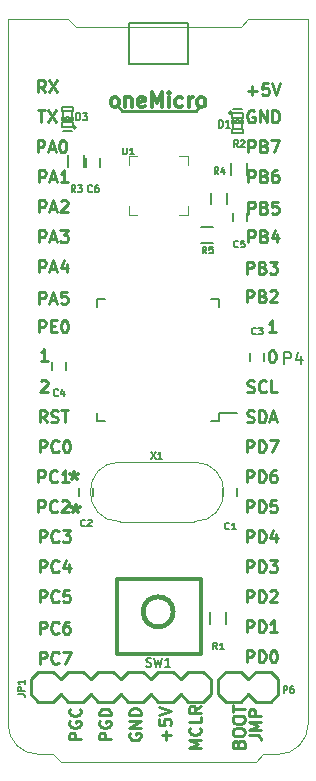
<source format=gto>
G04 #@! TF.FileFunction,Legend,Top*
%FSLAX46Y46*%
G04 Gerber Fmt 4.6, Leading zero omitted, Abs format (unit mm)*
G04 Created by KiCad (PCBNEW 4.0.4-stable) date 08/11/17 11:51:25*
%MOMM*%
%LPD*%
G01*
G04 APERTURE LIST*
%ADD10C,0.150000*%
%ADD11C,0.228600*%
%ADD12C,0.317500*%
%ADD13C,0.100000*%
%ADD14C,0.300000*%
%ADD15C,0.254000*%
%ADD16C,0.381000*%
%ADD17C,0.050800*%
%ADD18C,0.120000*%
%ADD19C,0.146050*%
%ADD20C,0.190500*%
G04 APERTURE END LIST*
D10*
D11*
X142875000Y-92202000D02*
X143256000Y-91821000D01*
X136652000Y-92202000D02*
X142875000Y-92202000D01*
X136271000Y-91821000D02*
X136652000Y-92202000D01*
D12*
X135950477Y-91887524D02*
X135829524Y-91827048D01*
X135769048Y-91766571D01*
X135708572Y-91645619D01*
X135708572Y-91282762D01*
X135769048Y-91161810D01*
X135829524Y-91101333D01*
X135950477Y-91040857D01*
X136131905Y-91040857D01*
X136252857Y-91101333D01*
X136313334Y-91161810D01*
X136373810Y-91282762D01*
X136373810Y-91645619D01*
X136313334Y-91766571D01*
X136252857Y-91827048D01*
X136131905Y-91887524D01*
X135950477Y-91887524D01*
X136918096Y-91040857D02*
X136918096Y-91887524D01*
X136918096Y-91161810D02*
X136978572Y-91101333D01*
X137099525Y-91040857D01*
X137280953Y-91040857D01*
X137401905Y-91101333D01*
X137462382Y-91222286D01*
X137462382Y-91887524D01*
X138550953Y-91827048D02*
X138430001Y-91887524D01*
X138188096Y-91887524D01*
X138067144Y-91827048D01*
X138006668Y-91706095D01*
X138006668Y-91222286D01*
X138067144Y-91101333D01*
X138188096Y-91040857D01*
X138430001Y-91040857D01*
X138550953Y-91101333D01*
X138611430Y-91222286D01*
X138611430Y-91343238D01*
X138006668Y-91464190D01*
X139155715Y-91887524D02*
X139155715Y-90617524D01*
X139579048Y-91524667D01*
X140002382Y-90617524D01*
X140002382Y-91887524D01*
X140607144Y-91887524D02*
X140607144Y-91040857D01*
X140607144Y-90617524D02*
X140546668Y-90678000D01*
X140607144Y-90738476D01*
X140667620Y-90678000D01*
X140607144Y-90617524D01*
X140607144Y-90738476D01*
X141756192Y-91827048D02*
X141635239Y-91887524D01*
X141393335Y-91887524D01*
X141272382Y-91827048D01*
X141211906Y-91766571D01*
X141151430Y-91645619D01*
X141151430Y-91282762D01*
X141211906Y-91161810D01*
X141272382Y-91101333D01*
X141393335Y-91040857D01*
X141635239Y-91040857D01*
X141756192Y-91101333D01*
X142300477Y-91887524D02*
X142300477Y-91040857D01*
X142300477Y-91282762D02*
X142360953Y-91161810D01*
X142421429Y-91101333D01*
X142542382Y-91040857D01*
X142663334Y-91040857D01*
X143268096Y-91887524D02*
X143147143Y-91827048D01*
X143086667Y-91766571D01*
X143026191Y-91645619D01*
X143026191Y-91282762D01*
X143086667Y-91161810D01*
X143147143Y-91101333D01*
X143268096Y-91040857D01*
X143449524Y-91040857D01*
X143570476Y-91101333D01*
X143630953Y-91161810D01*
X143691429Y-91282762D01*
X143691429Y-91645619D01*
X143630953Y-91766571D01*
X143570476Y-91827048D01*
X143449524Y-91887524D01*
X143268096Y-91887524D01*
D13*
X136144000Y-85090000D02*
X143256000Y-85090000D01*
X129540000Y-146685000D02*
X130810000Y-146685000D01*
X148590000Y-146685000D02*
X149225000Y-146685000D01*
X147955000Y-147320000D02*
X148590000Y-146685000D01*
X131445000Y-147320000D02*
X147955000Y-147320000D01*
X130810000Y-146685000D02*
X131445000Y-147320000D01*
D14*
X132715001Y-125543571D02*
X132715001Y-125900714D01*
X132357858Y-125757857D02*
X132715001Y-125900714D01*
X133072143Y-125757857D01*
X132500715Y-126186429D02*
X132715001Y-125900714D01*
X132929286Y-126186429D01*
X132588001Y-122749571D02*
X132588001Y-123106714D01*
X132230858Y-122963857D02*
X132588001Y-123106714D01*
X132945143Y-122963857D01*
X132373715Y-123392429D02*
X132588001Y-123106714D01*
X132802286Y-123392429D01*
D13*
X132080000Y-84455000D02*
X127000000Y-84455000D01*
X132715000Y-85090000D02*
X132080000Y-84455000D01*
X133985000Y-85090000D02*
X132715000Y-85090000D01*
X136144000Y-85090000D02*
X135890000Y-85090000D01*
X143510000Y-85090000D02*
X143256000Y-85090000D01*
X146050000Y-85090000D02*
X143510000Y-85090000D01*
X134620000Y-85090000D02*
X135890000Y-85090000D01*
X149225000Y-146685000D02*
X149860000Y-146685000D01*
X146685000Y-85090000D02*
X146050000Y-85090000D01*
X147320000Y-84455000D02*
X146685000Y-85090000D01*
X152400000Y-84455000D02*
X147320000Y-84455000D01*
X152400000Y-85090000D02*
X152400000Y-84455000D01*
X133985000Y-85090000D02*
X134620000Y-85090000D01*
X127000000Y-85090000D02*
X127000000Y-84455000D01*
D15*
X147398619Y-145088429D02*
X148124333Y-145088429D01*
X148269476Y-145136809D01*
X148366238Y-145233571D01*
X148414619Y-145378714D01*
X148414619Y-145475476D01*
X148414619Y-144604619D02*
X147398619Y-144604619D01*
X148124333Y-144265953D01*
X147398619Y-143927286D01*
X148414619Y-143927286D01*
X148414619Y-143443476D02*
X147398619Y-143443476D01*
X147398619Y-143056429D01*
X147447000Y-142959667D01*
X147495381Y-142911286D01*
X147592143Y-142862905D01*
X147737286Y-142862905D01*
X147834048Y-142911286D01*
X147882429Y-142959667D01*
X147930810Y-143056429D01*
X147930810Y-143443476D01*
X146485429Y-145777857D02*
X146533810Y-145632714D01*
X146582190Y-145584333D01*
X146678952Y-145535952D01*
X146824095Y-145535952D01*
X146920857Y-145584333D01*
X146969238Y-145632714D01*
X147017619Y-145729476D01*
X147017619Y-146116523D01*
X146001619Y-146116523D01*
X146001619Y-145777857D01*
X146050000Y-145681095D01*
X146098381Y-145632714D01*
X146195143Y-145584333D01*
X146291905Y-145584333D01*
X146388667Y-145632714D01*
X146437048Y-145681095D01*
X146485429Y-145777857D01*
X146485429Y-146116523D01*
X146001619Y-144906999D02*
X146001619Y-144713476D01*
X146050000Y-144616714D01*
X146146762Y-144519952D01*
X146340286Y-144471571D01*
X146678952Y-144471571D01*
X146872476Y-144519952D01*
X146969238Y-144616714D01*
X147017619Y-144713476D01*
X147017619Y-144906999D01*
X146969238Y-145003761D01*
X146872476Y-145100523D01*
X146678952Y-145148904D01*
X146340286Y-145148904D01*
X146146762Y-145100523D01*
X146050000Y-145003761D01*
X146001619Y-144906999D01*
X146001619Y-143842618D02*
X146001619Y-143649095D01*
X146050000Y-143552333D01*
X146146762Y-143455571D01*
X146340286Y-143407190D01*
X146678952Y-143407190D01*
X146872476Y-143455571D01*
X146969238Y-143552333D01*
X147017619Y-143649095D01*
X147017619Y-143842618D01*
X146969238Y-143939380D01*
X146872476Y-144036142D01*
X146678952Y-144084523D01*
X146340286Y-144084523D01*
X146146762Y-144036142D01*
X146050000Y-143939380D01*
X146001619Y-143842618D01*
X146001619Y-143116904D02*
X146001619Y-142536333D01*
X147017619Y-142826618D02*
X146001619Y-142826618D01*
X143334619Y-146164904D02*
X142318619Y-146164904D01*
X143044333Y-145826238D01*
X142318619Y-145487571D01*
X143334619Y-145487571D01*
X143237857Y-144423190D02*
X143286238Y-144471571D01*
X143334619Y-144616714D01*
X143334619Y-144713476D01*
X143286238Y-144858618D01*
X143189476Y-144955380D01*
X143092714Y-145003761D01*
X142899190Y-145052142D01*
X142754048Y-145052142D01*
X142560524Y-145003761D01*
X142463762Y-144955380D01*
X142367000Y-144858618D01*
X142318619Y-144713476D01*
X142318619Y-144616714D01*
X142367000Y-144471571D01*
X142415381Y-144423190D01*
X143334619Y-143503952D02*
X143334619Y-143987761D01*
X142318619Y-143987761D01*
X143334619Y-142584714D02*
X142850810Y-142923380D01*
X143334619Y-143165285D02*
X142318619Y-143165285D01*
X142318619Y-142778238D01*
X142367000Y-142681476D01*
X142415381Y-142633095D01*
X142512143Y-142584714D01*
X142657286Y-142584714D01*
X142754048Y-142633095D01*
X142802429Y-142681476D01*
X142850810Y-142778238D01*
X142850810Y-143165285D01*
X140407571Y-145451285D02*
X140407571Y-144677190D01*
X140794619Y-145064238D02*
X140020524Y-145064238D01*
X139778619Y-143709571D02*
X139778619Y-144193380D01*
X140262429Y-144241761D01*
X140214048Y-144193380D01*
X140165667Y-144096618D01*
X140165667Y-143854714D01*
X140214048Y-143757952D01*
X140262429Y-143709571D01*
X140359190Y-143661190D01*
X140601095Y-143661190D01*
X140697857Y-143709571D01*
X140746238Y-143757952D01*
X140794619Y-143854714D01*
X140794619Y-144096618D01*
X140746238Y-144193380D01*
X140697857Y-144241761D01*
X139778619Y-143370904D02*
X140794619Y-143032237D01*
X139778619Y-142693571D01*
X137287000Y-144919095D02*
X137238619Y-145015857D01*
X137238619Y-145161000D01*
X137287000Y-145306142D01*
X137383762Y-145402904D01*
X137480524Y-145451285D01*
X137674048Y-145499666D01*
X137819190Y-145499666D01*
X138012714Y-145451285D01*
X138109476Y-145402904D01*
X138206238Y-145306142D01*
X138254619Y-145161000D01*
X138254619Y-145064238D01*
X138206238Y-144919095D01*
X138157857Y-144870714D01*
X137819190Y-144870714D01*
X137819190Y-145064238D01*
X138254619Y-144435285D02*
X137238619Y-144435285D01*
X138254619Y-143854714D01*
X137238619Y-143854714D01*
X138254619Y-143370904D02*
X137238619Y-143370904D01*
X137238619Y-143128999D01*
X137287000Y-142983857D01*
X137383762Y-142887095D01*
X137480524Y-142838714D01*
X137674048Y-142790333D01*
X137819190Y-142790333D01*
X138012714Y-142838714D01*
X138109476Y-142887095D01*
X138206238Y-142983857D01*
X138254619Y-143128999D01*
X138254619Y-143370904D01*
X135714619Y-145427095D02*
X134698619Y-145427095D01*
X134698619Y-145040048D01*
X134747000Y-144943286D01*
X134795381Y-144894905D01*
X134892143Y-144846524D01*
X135037286Y-144846524D01*
X135134048Y-144894905D01*
X135182429Y-144943286D01*
X135230810Y-145040048D01*
X135230810Y-145427095D01*
X134747000Y-143878905D02*
X134698619Y-143975667D01*
X134698619Y-144120810D01*
X134747000Y-144265952D01*
X134843762Y-144362714D01*
X134940524Y-144411095D01*
X135134048Y-144459476D01*
X135279190Y-144459476D01*
X135472714Y-144411095D01*
X135569476Y-144362714D01*
X135666238Y-144265952D01*
X135714619Y-144120810D01*
X135714619Y-144024048D01*
X135666238Y-143878905D01*
X135617857Y-143830524D01*
X135279190Y-143830524D01*
X135279190Y-144024048D01*
X135714619Y-143395095D02*
X134698619Y-143395095D01*
X134698619Y-143153190D01*
X134747000Y-143008048D01*
X134843762Y-142911286D01*
X134940524Y-142862905D01*
X135134048Y-142814524D01*
X135279190Y-142814524D01*
X135472714Y-142862905D01*
X135569476Y-142911286D01*
X135666238Y-143008048D01*
X135714619Y-143153190D01*
X135714619Y-143395095D01*
X133174619Y-145427095D02*
X132158619Y-145427095D01*
X132158619Y-145040048D01*
X132207000Y-144943286D01*
X132255381Y-144894905D01*
X132352143Y-144846524D01*
X132497286Y-144846524D01*
X132594048Y-144894905D01*
X132642429Y-144943286D01*
X132690810Y-145040048D01*
X132690810Y-145427095D01*
X132207000Y-143878905D02*
X132158619Y-143975667D01*
X132158619Y-144120810D01*
X132207000Y-144265952D01*
X132303762Y-144362714D01*
X132400524Y-144411095D01*
X132594048Y-144459476D01*
X132739190Y-144459476D01*
X132932714Y-144411095D01*
X133029476Y-144362714D01*
X133126238Y-144265952D01*
X133174619Y-144120810D01*
X133174619Y-144024048D01*
X133126238Y-143878905D01*
X133077857Y-143830524D01*
X132739190Y-143830524D01*
X132739190Y-144024048D01*
X133077857Y-142814524D02*
X133126238Y-142862905D01*
X133174619Y-143008048D01*
X133174619Y-143104810D01*
X133126238Y-143249952D01*
X133029476Y-143346714D01*
X132932714Y-143395095D01*
X132739190Y-143443476D01*
X132594048Y-143443476D01*
X132400524Y-143395095D01*
X132303762Y-143346714D01*
X132207000Y-143249952D01*
X132158619Y-143104810D01*
X132158619Y-143008048D01*
X132207000Y-142862905D01*
X132255381Y-142814524D01*
X147205096Y-138889619D02*
X147205096Y-137873619D01*
X147592143Y-137873619D01*
X147688905Y-137922000D01*
X147737286Y-137970381D01*
X147785667Y-138067143D01*
X147785667Y-138212286D01*
X147737286Y-138309048D01*
X147688905Y-138357429D01*
X147592143Y-138405810D01*
X147205096Y-138405810D01*
X148221096Y-138889619D02*
X148221096Y-137873619D01*
X148463001Y-137873619D01*
X148608143Y-137922000D01*
X148704905Y-138018762D01*
X148753286Y-138115524D01*
X148801667Y-138309048D01*
X148801667Y-138454190D01*
X148753286Y-138647714D01*
X148704905Y-138744476D01*
X148608143Y-138841238D01*
X148463001Y-138889619D01*
X148221096Y-138889619D01*
X149430620Y-137873619D02*
X149527381Y-137873619D01*
X149624143Y-137922000D01*
X149672524Y-137970381D01*
X149720905Y-138067143D01*
X149769286Y-138260667D01*
X149769286Y-138502571D01*
X149720905Y-138696095D01*
X149672524Y-138792857D01*
X149624143Y-138841238D01*
X149527381Y-138889619D01*
X149430620Y-138889619D01*
X149333858Y-138841238D01*
X149285477Y-138792857D01*
X149237096Y-138696095D01*
X149188715Y-138502571D01*
X149188715Y-138260667D01*
X149237096Y-138067143D01*
X149285477Y-137970381D01*
X149333858Y-137922000D01*
X149430620Y-137873619D01*
X147205096Y-136349619D02*
X147205096Y-135333619D01*
X147592143Y-135333619D01*
X147688905Y-135382000D01*
X147737286Y-135430381D01*
X147785667Y-135527143D01*
X147785667Y-135672286D01*
X147737286Y-135769048D01*
X147688905Y-135817429D01*
X147592143Y-135865810D01*
X147205096Y-135865810D01*
X148221096Y-136349619D02*
X148221096Y-135333619D01*
X148463001Y-135333619D01*
X148608143Y-135382000D01*
X148704905Y-135478762D01*
X148753286Y-135575524D01*
X148801667Y-135769048D01*
X148801667Y-135914190D01*
X148753286Y-136107714D01*
X148704905Y-136204476D01*
X148608143Y-136301238D01*
X148463001Y-136349619D01*
X148221096Y-136349619D01*
X149769286Y-136349619D02*
X149188715Y-136349619D01*
X149479001Y-136349619D02*
X149479001Y-135333619D01*
X149382239Y-135478762D01*
X149285477Y-135575524D01*
X149188715Y-135623905D01*
X147205096Y-133809619D02*
X147205096Y-132793619D01*
X147592143Y-132793619D01*
X147688905Y-132842000D01*
X147737286Y-132890381D01*
X147785667Y-132987143D01*
X147785667Y-133132286D01*
X147737286Y-133229048D01*
X147688905Y-133277429D01*
X147592143Y-133325810D01*
X147205096Y-133325810D01*
X148221096Y-133809619D02*
X148221096Y-132793619D01*
X148463001Y-132793619D01*
X148608143Y-132842000D01*
X148704905Y-132938762D01*
X148753286Y-133035524D01*
X148801667Y-133229048D01*
X148801667Y-133374190D01*
X148753286Y-133567714D01*
X148704905Y-133664476D01*
X148608143Y-133761238D01*
X148463001Y-133809619D01*
X148221096Y-133809619D01*
X149188715Y-132890381D02*
X149237096Y-132842000D01*
X149333858Y-132793619D01*
X149575762Y-132793619D01*
X149672524Y-132842000D01*
X149720905Y-132890381D01*
X149769286Y-132987143D01*
X149769286Y-133083905D01*
X149720905Y-133229048D01*
X149140334Y-133809619D01*
X149769286Y-133809619D01*
X129679096Y-139016619D02*
X129679096Y-138000619D01*
X130066143Y-138000619D01*
X130162905Y-138049000D01*
X130211286Y-138097381D01*
X130259667Y-138194143D01*
X130259667Y-138339286D01*
X130211286Y-138436048D01*
X130162905Y-138484429D01*
X130066143Y-138532810D01*
X129679096Y-138532810D01*
X131275667Y-138919857D02*
X131227286Y-138968238D01*
X131082143Y-139016619D01*
X130985381Y-139016619D01*
X130840239Y-138968238D01*
X130743477Y-138871476D01*
X130695096Y-138774714D01*
X130646715Y-138581190D01*
X130646715Y-138436048D01*
X130695096Y-138242524D01*
X130743477Y-138145762D01*
X130840239Y-138049000D01*
X130985381Y-138000619D01*
X131082143Y-138000619D01*
X131227286Y-138049000D01*
X131275667Y-138097381D01*
X131614334Y-138000619D02*
X132291667Y-138000619D01*
X131856239Y-139016619D01*
X129679096Y-136476619D02*
X129679096Y-135460619D01*
X130066143Y-135460619D01*
X130162905Y-135509000D01*
X130211286Y-135557381D01*
X130259667Y-135654143D01*
X130259667Y-135799286D01*
X130211286Y-135896048D01*
X130162905Y-135944429D01*
X130066143Y-135992810D01*
X129679096Y-135992810D01*
X131275667Y-136379857D02*
X131227286Y-136428238D01*
X131082143Y-136476619D01*
X130985381Y-136476619D01*
X130840239Y-136428238D01*
X130743477Y-136331476D01*
X130695096Y-136234714D01*
X130646715Y-136041190D01*
X130646715Y-135896048D01*
X130695096Y-135702524D01*
X130743477Y-135605762D01*
X130840239Y-135509000D01*
X130985381Y-135460619D01*
X131082143Y-135460619D01*
X131227286Y-135509000D01*
X131275667Y-135557381D01*
X132146524Y-135460619D02*
X131953001Y-135460619D01*
X131856239Y-135509000D01*
X131807858Y-135557381D01*
X131711096Y-135702524D01*
X131662715Y-135896048D01*
X131662715Y-136283095D01*
X131711096Y-136379857D01*
X131759477Y-136428238D01*
X131856239Y-136476619D01*
X132049762Y-136476619D01*
X132146524Y-136428238D01*
X132194905Y-136379857D01*
X132243286Y-136283095D01*
X132243286Y-136041190D01*
X132194905Y-135944429D01*
X132146524Y-135896048D01*
X132049762Y-135847667D01*
X131856239Y-135847667D01*
X131759477Y-135896048D01*
X131711096Y-135944429D01*
X131662715Y-136041190D01*
X129679096Y-133809619D02*
X129679096Y-132793619D01*
X130066143Y-132793619D01*
X130162905Y-132842000D01*
X130211286Y-132890381D01*
X130259667Y-132987143D01*
X130259667Y-133132286D01*
X130211286Y-133229048D01*
X130162905Y-133277429D01*
X130066143Y-133325810D01*
X129679096Y-133325810D01*
X131275667Y-133712857D02*
X131227286Y-133761238D01*
X131082143Y-133809619D01*
X130985381Y-133809619D01*
X130840239Y-133761238D01*
X130743477Y-133664476D01*
X130695096Y-133567714D01*
X130646715Y-133374190D01*
X130646715Y-133229048D01*
X130695096Y-133035524D01*
X130743477Y-132938762D01*
X130840239Y-132842000D01*
X130985381Y-132793619D01*
X131082143Y-132793619D01*
X131227286Y-132842000D01*
X131275667Y-132890381D01*
X132194905Y-132793619D02*
X131711096Y-132793619D01*
X131662715Y-133277429D01*
X131711096Y-133229048D01*
X131807858Y-133180667D01*
X132049762Y-133180667D01*
X132146524Y-133229048D01*
X132194905Y-133277429D01*
X132243286Y-133374190D01*
X132243286Y-133616095D01*
X132194905Y-133712857D01*
X132146524Y-133761238D01*
X132049762Y-133809619D01*
X131807858Y-133809619D01*
X131711096Y-133761238D01*
X131662715Y-133712857D01*
D13*
X127000000Y-144145000D02*
X127000000Y-140335000D01*
X152400000Y-142875000D02*
X152400000Y-144145000D01*
X127000000Y-144145000D02*
G75*
G03X129540000Y-146685000I2540000J0D01*
G01*
X149860000Y-146685000D02*
G75*
G03X152400000Y-144145000I0J2540000D01*
G01*
X127000000Y-139700000D02*
X127000000Y-140335000D01*
X152400000Y-139700000D02*
X152400000Y-142875000D01*
X152400000Y-85090000D02*
X152400000Y-90170000D01*
X127000000Y-90170000D02*
X127000000Y-85090000D01*
D15*
X147229286Y-118521238D02*
X147374429Y-118569619D01*
X147616333Y-118569619D01*
X147713095Y-118521238D01*
X147761476Y-118472857D01*
X147809857Y-118376095D01*
X147809857Y-118279333D01*
X147761476Y-118182571D01*
X147713095Y-118134190D01*
X147616333Y-118085810D01*
X147422810Y-118037429D01*
X147326048Y-117989048D01*
X147277667Y-117940667D01*
X147229286Y-117843905D01*
X147229286Y-117747143D01*
X147277667Y-117650381D01*
X147326048Y-117602000D01*
X147422810Y-117553619D01*
X147664714Y-117553619D01*
X147809857Y-117602000D01*
X148245286Y-118569619D02*
X148245286Y-117553619D01*
X148487191Y-117553619D01*
X148632333Y-117602000D01*
X148729095Y-117698762D01*
X148777476Y-117795524D01*
X148825857Y-117989048D01*
X148825857Y-118134190D01*
X148777476Y-118327714D01*
X148729095Y-118424476D01*
X148632333Y-118521238D01*
X148487191Y-118569619D01*
X148245286Y-118569619D01*
X149212905Y-118279333D02*
X149696714Y-118279333D01*
X149116143Y-118569619D02*
X149454810Y-117553619D01*
X149793476Y-118569619D01*
D13*
X152400000Y-90170000D02*
X152400000Y-139700000D01*
X127000000Y-90170000D02*
X127000000Y-139700000D01*
D15*
X147253477Y-115981238D02*
X147398620Y-116029619D01*
X147640524Y-116029619D01*
X147737286Y-115981238D01*
X147785667Y-115932857D01*
X147834048Y-115836095D01*
X147834048Y-115739333D01*
X147785667Y-115642571D01*
X147737286Y-115594190D01*
X147640524Y-115545810D01*
X147447001Y-115497429D01*
X147350239Y-115449048D01*
X147301858Y-115400667D01*
X147253477Y-115303905D01*
X147253477Y-115207143D01*
X147301858Y-115110381D01*
X147350239Y-115062000D01*
X147447001Y-115013619D01*
X147688905Y-115013619D01*
X147834048Y-115062000D01*
X148850048Y-115932857D02*
X148801667Y-115981238D01*
X148656524Y-116029619D01*
X148559762Y-116029619D01*
X148414620Y-115981238D01*
X148317858Y-115884476D01*
X148269477Y-115787714D01*
X148221096Y-115594190D01*
X148221096Y-115449048D01*
X148269477Y-115255524D01*
X148317858Y-115158762D01*
X148414620Y-115062000D01*
X148559762Y-115013619D01*
X148656524Y-115013619D01*
X148801667Y-115062000D01*
X148850048Y-115110381D01*
X149769286Y-116029619D02*
X149285477Y-116029619D01*
X149285477Y-115013619D01*
X147283715Y-90496571D02*
X148057810Y-90496571D01*
X147670762Y-90883619D02*
X147670762Y-90109524D01*
X149025429Y-89867619D02*
X148541620Y-89867619D01*
X148493239Y-90351429D01*
X148541620Y-90303048D01*
X148638382Y-90254667D01*
X148880286Y-90254667D01*
X148977048Y-90303048D01*
X149025429Y-90351429D01*
X149073810Y-90448190D01*
X149073810Y-90690095D01*
X149025429Y-90786857D01*
X148977048Y-90835238D01*
X148880286Y-90883619D01*
X148638382Y-90883619D01*
X148541620Y-90835238D01*
X148493239Y-90786857D01*
X149364096Y-89867619D02*
X149702763Y-90883619D01*
X150041429Y-89867619D01*
X147815905Y-92202000D02*
X147719143Y-92153619D01*
X147574000Y-92153619D01*
X147428858Y-92202000D01*
X147332096Y-92298762D01*
X147283715Y-92395524D01*
X147235334Y-92589048D01*
X147235334Y-92734190D01*
X147283715Y-92927714D01*
X147332096Y-93024476D01*
X147428858Y-93121238D01*
X147574000Y-93169619D01*
X147670762Y-93169619D01*
X147815905Y-93121238D01*
X147864286Y-93072857D01*
X147864286Y-92734190D01*
X147670762Y-92734190D01*
X148299715Y-93169619D02*
X148299715Y-92153619D01*
X148880286Y-93169619D01*
X148880286Y-92153619D01*
X149364096Y-93169619D02*
X149364096Y-92153619D01*
X149606001Y-92153619D01*
X149751143Y-92202000D01*
X149847905Y-92298762D01*
X149896286Y-92395524D01*
X149944667Y-92589048D01*
X149944667Y-92734190D01*
X149896286Y-92927714D01*
X149847905Y-93024476D01*
X149751143Y-93121238D01*
X149606001Y-93169619D01*
X149364096Y-93169619D01*
X149303620Y-112473619D02*
X149400381Y-112473619D01*
X149497143Y-112522000D01*
X149545524Y-112570381D01*
X149593905Y-112667143D01*
X149642286Y-112860667D01*
X149642286Y-113102571D01*
X149593905Y-113296095D01*
X149545524Y-113392857D01*
X149497143Y-113441238D01*
X149400381Y-113489619D01*
X149303620Y-113489619D01*
X149206858Y-113441238D01*
X149158477Y-113392857D01*
X149110096Y-113296095D01*
X149061715Y-113102571D01*
X149061715Y-112860667D01*
X149110096Y-112667143D01*
X149158477Y-112570381D01*
X149206858Y-112522000D01*
X149303620Y-112473619D01*
X149642286Y-110949619D02*
X149061715Y-110949619D01*
X149352001Y-110949619D02*
X149352001Y-109933619D01*
X149255239Y-110078762D01*
X149158477Y-110175524D01*
X149061715Y-110223905D01*
X147205096Y-108409619D02*
X147205096Y-107393619D01*
X147592143Y-107393619D01*
X147688905Y-107442000D01*
X147737286Y-107490381D01*
X147785667Y-107587143D01*
X147785667Y-107732286D01*
X147737286Y-107829048D01*
X147688905Y-107877429D01*
X147592143Y-107925810D01*
X147205096Y-107925810D01*
X148559762Y-107877429D02*
X148704905Y-107925810D01*
X148753286Y-107974190D01*
X148801667Y-108070952D01*
X148801667Y-108216095D01*
X148753286Y-108312857D01*
X148704905Y-108361238D01*
X148608143Y-108409619D01*
X148221096Y-108409619D01*
X148221096Y-107393619D01*
X148559762Y-107393619D01*
X148656524Y-107442000D01*
X148704905Y-107490381D01*
X148753286Y-107587143D01*
X148753286Y-107683905D01*
X148704905Y-107780667D01*
X148656524Y-107829048D01*
X148559762Y-107877429D01*
X148221096Y-107877429D01*
X149188715Y-107490381D02*
X149237096Y-107442000D01*
X149333858Y-107393619D01*
X149575762Y-107393619D01*
X149672524Y-107442000D01*
X149720905Y-107490381D01*
X149769286Y-107587143D01*
X149769286Y-107683905D01*
X149720905Y-107829048D01*
X149140334Y-108409619D01*
X149769286Y-108409619D01*
X147205096Y-105996619D02*
X147205096Y-104980619D01*
X147592143Y-104980619D01*
X147688905Y-105029000D01*
X147737286Y-105077381D01*
X147785667Y-105174143D01*
X147785667Y-105319286D01*
X147737286Y-105416048D01*
X147688905Y-105464429D01*
X147592143Y-105512810D01*
X147205096Y-105512810D01*
X148559762Y-105464429D02*
X148704905Y-105512810D01*
X148753286Y-105561190D01*
X148801667Y-105657952D01*
X148801667Y-105803095D01*
X148753286Y-105899857D01*
X148704905Y-105948238D01*
X148608143Y-105996619D01*
X148221096Y-105996619D01*
X148221096Y-104980619D01*
X148559762Y-104980619D01*
X148656524Y-105029000D01*
X148704905Y-105077381D01*
X148753286Y-105174143D01*
X148753286Y-105270905D01*
X148704905Y-105367667D01*
X148656524Y-105416048D01*
X148559762Y-105464429D01*
X148221096Y-105464429D01*
X149140334Y-104980619D02*
X149769286Y-104980619D01*
X149430620Y-105367667D01*
X149575762Y-105367667D01*
X149672524Y-105416048D01*
X149720905Y-105464429D01*
X149769286Y-105561190D01*
X149769286Y-105803095D01*
X149720905Y-105899857D01*
X149672524Y-105948238D01*
X149575762Y-105996619D01*
X149285477Y-105996619D01*
X149188715Y-105948238D01*
X149140334Y-105899857D01*
X147332096Y-103329619D02*
X147332096Y-102313619D01*
X147719143Y-102313619D01*
X147815905Y-102362000D01*
X147864286Y-102410381D01*
X147912667Y-102507143D01*
X147912667Y-102652286D01*
X147864286Y-102749048D01*
X147815905Y-102797429D01*
X147719143Y-102845810D01*
X147332096Y-102845810D01*
X148686762Y-102797429D02*
X148831905Y-102845810D01*
X148880286Y-102894190D01*
X148928667Y-102990952D01*
X148928667Y-103136095D01*
X148880286Y-103232857D01*
X148831905Y-103281238D01*
X148735143Y-103329619D01*
X148348096Y-103329619D01*
X148348096Y-102313619D01*
X148686762Y-102313619D01*
X148783524Y-102362000D01*
X148831905Y-102410381D01*
X148880286Y-102507143D01*
X148880286Y-102603905D01*
X148831905Y-102700667D01*
X148783524Y-102749048D01*
X148686762Y-102797429D01*
X148348096Y-102797429D01*
X149799524Y-102652286D02*
X149799524Y-103329619D01*
X149557620Y-102265238D02*
X149315715Y-102990952D01*
X149944667Y-102990952D01*
X147332096Y-100916619D02*
X147332096Y-99900619D01*
X147719143Y-99900619D01*
X147815905Y-99949000D01*
X147864286Y-99997381D01*
X147912667Y-100094143D01*
X147912667Y-100239286D01*
X147864286Y-100336048D01*
X147815905Y-100384429D01*
X147719143Y-100432810D01*
X147332096Y-100432810D01*
X148686762Y-100384429D02*
X148831905Y-100432810D01*
X148880286Y-100481190D01*
X148928667Y-100577952D01*
X148928667Y-100723095D01*
X148880286Y-100819857D01*
X148831905Y-100868238D01*
X148735143Y-100916619D01*
X148348096Y-100916619D01*
X148348096Y-99900619D01*
X148686762Y-99900619D01*
X148783524Y-99949000D01*
X148831905Y-99997381D01*
X148880286Y-100094143D01*
X148880286Y-100190905D01*
X148831905Y-100287667D01*
X148783524Y-100336048D01*
X148686762Y-100384429D01*
X148348096Y-100384429D01*
X149847905Y-99900619D02*
X149364096Y-99900619D01*
X149315715Y-100384429D01*
X149364096Y-100336048D01*
X149460858Y-100287667D01*
X149702762Y-100287667D01*
X149799524Y-100336048D01*
X149847905Y-100384429D01*
X149896286Y-100481190D01*
X149896286Y-100723095D01*
X149847905Y-100819857D01*
X149799524Y-100868238D01*
X149702762Y-100916619D01*
X149460858Y-100916619D01*
X149364096Y-100868238D01*
X149315715Y-100819857D01*
X147332096Y-98249619D02*
X147332096Y-97233619D01*
X147719143Y-97233619D01*
X147815905Y-97282000D01*
X147864286Y-97330381D01*
X147912667Y-97427143D01*
X147912667Y-97572286D01*
X147864286Y-97669048D01*
X147815905Y-97717429D01*
X147719143Y-97765810D01*
X147332096Y-97765810D01*
X148686762Y-97717429D02*
X148831905Y-97765810D01*
X148880286Y-97814190D01*
X148928667Y-97910952D01*
X148928667Y-98056095D01*
X148880286Y-98152857D01*
X148831905Y-98201238D01*
X148735143Y-98249619D01*
X148348096Y-98249619D01*
X148348096Y-97233619D01*
X148686762Y-97233619D01*
X148783524Y-97282000D01*
X148831905Y-97330381D01*
X148880286Y-97427143D01*
X148880286Y-97523905D01*
X148831905Y-97620667D01*
X148783524Y-97669048D01*
X148686762Y-97717429D01*
X148348096Y-97717429D01*
X149799524Y-97233619D02*
X149606001Y-97233619D01*
X149509239Y-97282000D01*
X149460858Y-97330381D01*
X149364096Y-97475524D01*
X149315715Y-97669048D01*
X149315715Y-98056095D01*
X149364096Y-98152857D01*
X149412477Y-98201238D01*
X149509239Y-98249619D01*
X149702762Y-98249619D01*
X149799524Y-98201238D01*
X149847905Y-98152857D01*
X149896286Y-98056095D01*
X149896286Y-97814190D01*
X149847905Y-97717429D01*
X149799524Y-97669048D01*
X149702762Y-97620667D01*
X149509239Y-97620667D01*
X149412477Y-97669048D01*
X149364096Y-97717429D01*
X149315715Y-97814190D01*
X147332096Y-95709619D02*
X147332096Y-94693619D01*
X147719143Y-94693619D01*
X147815905Y-94742000D01*
X147864286Y-94790381D01*
X147912667Y-94887143D01*
X147912667Y-95032286D01*
X147864286Y-95129048D01*
X147815905Y-95177429D01*
X147719143Y-95225810D01*
X147332096Y-95225810D01*
X148686762Y-95177429D02*
X148831905Y-95225810D01*
X148880286Y-95274190D01*
X148928667Y-95370952D01*
X148928667Y-95516095D01*
X148880286Y-95612857D01*
X148831905Y-95661238D01*
X148735143Y-95709619D01*
X148348096Y-95709619D01*
X148348096Y-94693619D01*
X148686762Y-94693619D01*
X148783524Y-94742000D01*
X148831905Y-94790381D01*
X148880286Y-94887143D01*
X148880286Y-94983905D01*
X148831905Y-95080667D01*
X148783524Y-95129048D01*
X148686762Y-95177429D01*
X148348096Y-95177429D01*
X149267334Y-94693619D02*
X149944667Y-94693619D01*
X149509239Y-95709619D01*
X147205096Y-131269619D02*
X147205096Y-130253619D01*
X147592143Y-130253619D01*
X147688905Y-130302000D01*
X147737286Y-130350381D01*
X147785667Y-130447143D01*
X147785667Y-130592286D01*
X147737286Y-130689048D01*
X147688905Y-130737429D01*
X147592143Y-130785810D01*
X147205096Y-130785810D01*
X148221096Y-131269619D02*
X148221096Y-130253619D01*
X148463001Y-130253619D01*
X148608143Y-130302000D01*
X148704905Y-130398762D01*
X148753286Y-130495524D01*
X148801667Y-130689048D01*
X148801667Y-130834190D01*
X148753286Y-131027714D01*
X148704905Y-131124476D01*
X148608143Y-131221238D01*
X148463001Y-131269619D01*
X148221096Y-131269619D01*
X149140334Y-130253619D02*
X149769286Y-130253619D01*
X149430620Y-130640667D01*
X149575762Y-130640667D01*
X149672524Y-130689048D01*
X149720905Y-130737429D01*
X149769286Y-130834190D01*
X149769286Y-131076095D01*
X149720905Y-131172857D01*
X149672524Y-131221238D01*
X149575762Y-131269619D01*
X149285477Y-131269619D01*
X149188715Y-131221238D01*
X149140334Y-131172857D01*
X147205096Y-128729619D02*
X147205096Y-127713619D01*
X147592143Y-127713619D01*
X147688905Y-127762000D01*
X147737286Y-127810381D01*
X147785667Y-127907143D01*
X147785667Y-128052286D01*
X147737286Y-128149048D01*
X147688905Y-128197429D01*
X147592143Y-128245810D01*
X147205096Y-128245810D01*
X148221096Y-128729619D02*
X148221096Y-127713619D01*
X148463001Y-127713619D01*
X148608143Y-127762000D01*
X148704905Y-127858762D01*
X148753286Y-127955524D01*
X148801667Y-128149048D01*
X148801667Y-128294190D01*
X148753286Y-128487714D01*
X148704905Y-128584476D01*
X148608143Y-128681238D01*
X148463001Y-128729619D01*
X148221096Y-128729619D01*
X149672524Y-128052286D02*
X149672524Y-128729619D01*
X149430620Y-127665238D02*
X149188715Y-128390952D01*
X149817667Y-128390952D01*
X147205096Y-126189619D02*
X147205096Y-125173619D01*
X147592143Y-125173619D01*
X147688905Y-125222000D01*
X147737286Y-125270381D01*
X147785667Y-125367143D01*
X147785667Y-125512286D01*
X147737286Y-125609048D01*
X147688905Y-125657429D01*
X147592143Y-125705810D01*
X147205096Y-125705810D01*
X148221096Y-126189619D02*
X148221096Y-125173619D01*
X148463001Y-125173619D01*
X148608143Y-125222000D01*
X148704905Y-125318762D01*
X148753286Y-125415524D01*
X148801667Y-125609048D01*
X148801667Y-125754190D01*
X148753286Y-125947714D01*
X148704905Y-126044476D01*
X148608143Y-126141238D01*
X148463001Y-126189619D01*
X148221096Y-126189619D01*
X149720905Y-125173619D02*
X149237096Y-125173619D01*
X149188715Y-125657429D01*
X149237096Y-125609048D01*
X149333858Y-125560667D01*
X149575762Y-125560667D01*
X149672524Y-125609048D01*
X149720905Y-125657429D01*
X149769286Y-125754190D01*
X149769286Y-125996095D01*
X149720905Y-126092857D01*
X149672524Y-126141238D01*
X149575762Y-126189619D01*
X149333858Y-126189619D01*
X149237096Y-126141238D01*
X149188715Y-126092857D01*
X147205096Y-123649619D02*
X147205096Y-122633619D01*
X147592143Y-122633619D01*
X147688905Y-122682000D01*
X147737286Y-122730381D01*
X147785667Y-122827143D01*
X147785667Y-122972286D01*
X147737286Y-123069048D01*
X147688905Y-123117429D01*
X147592143Y-123165810D01*
X147205096Y-123165810D01*
X148221096Y-123649619D02*
X148221096Y-122633619D01*
X148463001Y-122633619D01*
X148608143Y-122682000D01*
X148704905Y-122778762D01*
X148753286Y-122875524D01*
X148801667Y-123069048D01*
X148801667Y-123214190D01*
X148753286Y-123407714D01*
X148704905Y-123504476D01*
X148608143Y-123601238D01*
X148463001Y-123649619D01*
X148221096Y-123649619D01*
X149672524Y-122633619D02*
X149479001Y-122633619D01*
X149382239Y-122682000D01*
X149333858Y-122730381D01*
X149237096Y-122875524D01*
X149188715Y-123069048D01*
X149188715Y-123456095D01*
X149237096Y-123552857D01*
X149285477Y-123601238D01*
X149382239Y-123649619D01*
X149575762Y-123649619D01*
X149672524Y-123601238D01*
X149720905Y-123552857D01*
X149769286Y-123456095D01*
X149769286Y-123214190D01*
X149720905Y-123117429D01*
X149672524Y-123069048D01*
X149575762Y-123020667D01*
X149382239Y-123020667D01*
X149285477Y-123069048D01*
X149237096Y-123117429D01*
X149188715Y-123214190D01*
X147205096Y-121109619D02*
X147205096Y-120093619D01*
X147592143Y-120093619D01*
X147688905Y-120142000D01*
X147737286Y-120190381D01*
X147785667Y-120287143D01*
X147785667Y-120432286D01*
X147737286Y-120529048D01*
X147688905Y-120577429D01*
X147592143Y-120625810D01*
X147205096Y-120625810D01*
X148221096Y-121109619D02*
X148221096Y-120093619D01*
X148463001Y-120093619D01*
X148608143Y-120142000D01*
X148704905Y-120238762D01*
X148753286Y-120335524D01*
X148801667Y-120529048D01*
X148801667Y-120674190D01*
X148753286Y-120867714D01*
X148704905Y-120964476D01*
X148608143Y-121061238D01*
X148463001Y-121109619D01*
X148221096Y-121109619D01*
X149140334Y-120093619D02*
X149817667Y-120093619D01*
X149382239Y-121109619D01*
X130253619Y-118569619D02*
X129914953Y-118085810D01*
X129673048Y-118569619D02*
X129673048Y-117553619D01*
X130060095Y-117553619D01*
X130156857Y-117602000D01*
X130205238Y-117650381D01*
X130253619Y-117747143D01*
X130253619Y-117892286D01*
X130205238Y-117989048D01*
X130156857Y-118037429D01*
X130060095Y-118085810D01*
X129673048Y-118085810D01*
X130640667Y-118521238D02*
X130785810Y-118569619D01*
X131027714Y-118569619D01*
X131124476Y-118521238D01*
X131172857Y-118472857D01*
X131221238Y-118376095D01*
X131221238Y-118279333D01*
X131172857Y-118182571D01*
X131124476Y-118134190D01*
X131027714Y-118085810D01*
X130834191Y-118037429D01*
X130737429Y-117989048D01*
X130689048Y-117940667D01*
X130640667Y-117843905D01*
X130640667Y-117747143D01*
X130689048Y-117650381D01*
X130737429Y-117602000D01*
X130834191Y-117553619D01*
X131076095Y-117553619D01*
X131221238Y-117602000D01*
X131511524Y-117553619D02*
X132092095Y-117553619D01*
X131801810Y-118569619D02*
X131801810Y-117553619D01*
X129679096Y-131269619D02*
X129679096Y-130253619D01*
X130066143Y-130253619D01*
X130162905Y-130302000D01*
X130211286Y-130350381D01*
X130259667Y-130447143D01*
X130259667Y-130592286D01*
X130211286Y-130689048D01*
X130162905Y-130737429D01*
X130066143Y-130785810D01*
X129679096Y-130785810D01*
X131275667Y-131172857D02*
X131227286Y-131221238D01*
X131082143Y-131269619D01*
X130985381Y-131269619D01*
X130840239Y-131221238D01*
X130743477Y-131124476D01*
X130695096Y-131027714D01*
X130646715Y-130834190D01*
X130646715Y-130689048D01*
X130695096Y-130495524D01*
X130743477Y-130398762D01*
X130840239Y-130302000D01*
X130985381Y-130253619D01*
X131082143Y-130253619D01*
X131227286Y-130302000D01*
X131275667Y-130350381D01*
X132146524Y-130592286D02*
X132146524Y-131269619D01*
X131904620Y-130205238D02*
X131662715Y-130930952D01*
X132291667Y-130930952D01*
X129679096Y-128729619D02*
X129679096Y-127713619D01*
X130066143Y-127713619D01*
X130162905Y-127762000D01*
X130211286Y-127810381D01*
X130259667Y-127907143D01*
X130259667Y-128052286D01*
X130211286Y-128149048D01*
X130162905Y-128197429D01*
X130066143Y-128245810D01*
X129679096Y-128245810D01*
X131275667Y-128632857D02*
X131227286Y-128681238D01*
X131082143Y-128729619D01*
X130985381Y-128729619D01*
X130840239Y-128681238D01*
X130743477Y-128584476D01*
X130695096Y-128487714D01*
X130646715Y-128294190D01*
X130646715Y-128149048D01*
X130695096Y-127955524D01*
X130743477Y-127858762D01*
X130840239Y-127762000D01*
X130985381Y-127713619D01*
X131082143Y-127713619D01*
X131227286Y-127762000D01*
X131275667Y-127810381D01*
X131614334Y-127713619D02*
X132243286Y-127713619D01*
X131904620Y-128100667D01*
X132049762Y-128100667D01*
X132146524Y-128149048D01*
X132194905Y-128197429D01*
X132243286Y-128294190D01*
X132243286Y-128536095D01*
X132194905Y-128632857D01*
X132146524Y-128681238D01*
X132049762Y-128729619D01*
X131759477Y-128729619D01*
X131662715Y-128681238D01*
X131614334Y-128632857D01*
X129552096Y-126189619D02*
X129552096Y-125173619D01*
X129939143Y-125173619D01*
X130035905Y-125222000D01*
X130084286Y-125270381D01*
X130132667Y-125367143D01*
X130132667Y-125512286D01*
X130084286Y-125609048D01*
X130035905Y-125657429D01*
X129939143Y-125705810D01*
X129552096Y-125705810D01*
X131148667Y-126092857D02*
X131100286Y-126141238D01*
X130955143Y-126189619D01*
X130858381Y-126189619D01*
X130713239Y-126141238D01*
X130616477Y-126044476D01*
X130568096Y-125947714D01*
X130519715Y-125754190D01*
X130519715Y-125609048D01*
X130568096Y-125415524D01*
X130616477Y-125318762D01*
X130713239Y-125222000D01*
X130858381Y-125173619D01*
X130955143Y-125173619D01*
X131100286Y-125222000D01*
X131148667Y-125270381D01*
X131535715Y-125270381D02*
X131584096Y-125222000D01*
X131680858Y-125173619D01*
X131922762Y-125173619D01*
X132019524Y-125222000D01*
X132067905Y-125270381D01*
X132116286Y-125367143D01*
X132116286Y-125463905D01*
X132067905Y-125609048D01*
X131487334Y-126189619D01*
X132116286Y-126189619D01*
X129552096Y-123649619D02*
X129552096Y-122633619D01*
X129939143Y-122633619D01*
X130035905Y-122682000D01*
X130084286Y-122730381D01*
X130132667Y-122827143D01*
X130132667Y-122972286D01*
X130084286Y-123069048D01*
X130035905Y-123117429D01*
X129939143Y-123165810D01*
X129552096Y-123165810D01*
X131148667Y-123552857D02*
X131100286Y-123601238D01*
X130955143Y-123649619D01*
X130858381Y-123649619D01*
X130713239Y-123601238D01*
X130616477Y-123504476D01*
X130568096Y-123407714D01*
X130519715Y-123214190D01*
X130519715Y-123069048D01*
X130568096Y-122875524D01*
X130616477Y-122778762D01*
X130713239Y-122682000D01*
X130858381Y-122633619D01*
X130955143Y-122633619D01*
X131100286Y-122682000D01*
X131148667Y-122730381D01*
X132116286Y-123649619D02*
X131535715Y-123649619D01*
X131826001Y-123649619D02*
X131826001Y-122633619D01*
X131729239Y-122778762D01*
X131632477Y-122875524D01*
X131535715Y-122923905D01*
X129679096Y-121109619D02*
X129679096Y-120093619D01*
X130066143Y-120093619D01*
X130162905Y-120142000D01*
X130211286Y-120190381D01*
X130259667Y-120287143D01*
X130259667Y-120432286D01*
X130211286Y-120529048D01*
X130162905Y-120577429D01*
X130066143Y-120625810D01*
X129679096Y-120625810D01*
X131275667Y-121012857D02*
X131227286Y-121061238D01*
X131082143Y-121109619D01*
X130985381Y-121109619D01*
X130840239Y-121061238D01*
X130743477Y-120964476D01*
X130695096Y-120867714D01*
X130646715Y-120674190D01*
X130646715Y-120529048D01*
X130695096Y-120335524D01*
X130743477Y-120238762D01*
X130840239Y-120142000D01*
X130985381Y-120093619D01*
X131082143Y-120093619D01*
X131227286Y-120142000D01*
X131275667Y-120190381D01*
X131904620Y-120093619D02*
X132001381Y-120093619D01*
X132098143Y-120142000D01*
X132146524Y-120190381D01*
X132194905Y-120287143D01*
X132243286Y-120480667D01*
X132243286Y-120722571D01*
X132194905Y-120916095D01*
X132146524Y-121012857D01*
X132098143Y-121061238D01*
X132001381Y-121109619D01*
X131904620Y-121109619D01*
X131807858Y-121061238D01*
X131759477Y-121012857D01*
X131711096Y-120916095D01*
X131662715Y-120722571D01*
X131662715Y-120480667D01*
X131711096Y-120287143D01*
X131759477Y-120190381D01*
X131807858Y-120142000D01*
X131904620Y-120093619D01*
X129757715Y-115110381D02*
X129806096Y-115062000D01*
X129902858Y-115013619D01*
X130144762Y-115013619D01*
X130241524Y-115062000D01*
X130289905Y-115110381D01*
X130338286Y-115207143D01*
X130338286Y-115303905D01*
X130289905Y-115449048D01*
X129709334Y-116029619D01*
X130338286Y-116029619D01*
X130338286Y-113362619D02*
X129757715Y-113362619D01*
X130048001Y-113362619D02*
X130048001Y-112346619D01*
X129951239Y-112491762D01*
X129854477Y-112588524D01*
X129757715Y-112636905D01*
X129600477Y-110949619D02*
X129600477Y-109933619D01*
X129987524Y-109933619D01*
X130084286Y-109982000D01*
X130132667Y-110030381D01*
X130181048Y-110127143D01*
X130181048Y-110272286D01*
X130132667Y-110369048D01*
X130084286Y-110417429D01*
X129987524Y-110465810D01*
X129600477Y-110465810D01*
X130616477Y-110417429D02*
X130955143Y-110417429D01*
X131100286Y-110949619D02*
X130616477Y-110949619D01*
X130616477Y-109933619D01*
X131100286Y-109933619D01*
X131729239Y-109933619D02*
X131826000Y-109933619D01*
X131922762Y-109982000D01*
X131971143Y-110030381D01*
X132019524Y-110127143D01*
X132067905Y-110320667D01*
X132067905Y-110562571D01*
X132019524Y-110756095D01*
X131971143Y-110852857D01*
X131922762Y-110901238D01*
X131826000Y-110949619D01*
X131729239Y-110949619D01*
X131632477Y-110901238D01*
X131584096Y-110852857D01*
X131535715Y-110756095D01*
X131487334Y-110562571D01*
X131487334Y-110320667D01*
X131535715Y-110127143D01*
X131584096Y-110030381D01*
X131632477Y-109982000D01*
X131729239Y-109933619D01*
X129624667Y-108536619D02*
X129624667Y-107520619D01*
X130011714Y-107520619D01*
X130108476Y-107569000D01*
X130156857Y-107617381D01*
X130205238Y-107714143D01*
X130205238Y-107859286D01*
X130156857Y-107956048D01*
X130108476Y-108004429D01*
X130011714Y-108052810D01*
X129624667Y-108052810D01*
X130592286Y-108246333D02*
X131076095Y-108246333D01*
X130495524Y-108536619D02*
X130834191Y-107520619D01*
X131172857Y-108536619D01*
X131995333Y-107520619D02*
X131511524Y-107520619D01*
X131463143Y-108004429D01*
X131511524Y-107956048D01*
X131608286Y-107907667D01*
X131850190Y-107907667D01*
X131946952Y-107956048D01*
X131995333Y-108004429D01*
X132043714Y-108101190D01*
X132043714Y-108343095D01*
X131995333Y-108439857D01*
X131946952Y-108488238D01*
X131850190Y-108536619D01*
X131608286Y-108536619D01*
X131511524Y-108488238D01*
X131463143Y-108439857D01*
X129624667Y-105869619D02*
X129624667Y-104853619D01*
X130011714Y-104853619D01*
X130108476Y-104902000D01*
X130156857Y-104950381D01*
X130205238Y-105047143D01*
X130205238Y-105192286D01*
X130156857Y-105289048D01*
X130108476Y-105337429D01*
X130011714Y-105385810D01*
X129624667Y-105385810D01*
X130592286Y-105579333D02*
X131076095Y-105579333D01*
X130495524Y-105869619D02*
X130834191Y-104853619D01*
X131172857Y-105869619D01*
X131946952Y-105192286D02*
X131946952Y-105869619D01*
X131705048Y-104805238D02*
X131463143Y-105530952D01*
X132092095Y-105530952D01*
X129624667Y-103329619D02*
X129624667Y-102313619D01*
X130011714Y-102313619D01*
X130108476Y-102362000D01*
X130156857Y-102410381D01*
X130205238Y-102507143D01*
X130205238Y-102652286D01*
X130156857Y-102749048D01*
X130108476Y-102797429D01*
X130011714Y-102845810D01*
X129624667Y-102845810D01*
X130592286Y-103039333D02*
X131076095Y-103039333D01*
X130495524Y-103329619D02*
X130834191Y-102313619D01*
X131172857Y-103329619D01*
X131414762Y-102313619D02*
X132043714Y-102313619D01*
X131705048Y-102700667D01*
X131850190Y-102700667D01*
X131946952Y-102749048D01*
X131995333Y-102797429D01*
X132043714Y-102894190D01*
X132043714Y-103136095D01*
X131995333Y-103232857D01*
X131946952Y-103281238D01*
X131850190Y-103329619D01*
X131559905Y-103329619D01*
X131463143Y-103281238D01*
X131414762Y-103232857D01*
X129624667Y-100789619D02*
X129624667Y-99773619D01*
X130011714Y-99773619D01*
X130108476Y-99822000D01*
X130156857Y-99870381D01*
X130205238Y-99967143D01*
X130205238Y-100112286D01*
X130156857Y-100209048D01*
X130108476Y-100257429D01*
X130011714Y-100305810D01*
X129624667Y-100305810D01*
X130592286Y-100499333D02*
X131076095Y-100499333D01*
X130495524Y-100789619D02*
X130834191Y-99773619D01*
X131172857Y-100789619D01*
X131463143Y-99870381D02*
X131511524Y-99822000D01*
X131608286Y-99773619D01*
X131850190Y-99773619D01*
X131946952Y-99822000D01*
X131995333Y-99870381D01*
X132043714Y-99967143D01*
X132043714Y-100063905D01*
X131995333Y-100209048D01*
X131414762Y-100789619D01*
X132043714Y-100789619D01*
X129624667Y-98249619D02*
X129624667Y-97233619D01*
X130011714Y-97233619D01*
X130108476Y-97282000D01*
X130156857Y-97330381D01*
X130205238Y-97427143D01*
X130205238Y-97572286D01*
X130156857Y-97669048D01*
X130108476Y-97717429D01*
X130011714Y-97765810D01*
X129624667Y-97765810D01*
X130592286Y-97959333D02*
X131076095Y-97959333D01*
X130495524Y-98249619D02*
X130834191Y-97233619D01*
X131172857Y-98249619D01*
X132043714Y-98249619D02*
X131463143Y-98249619D01*
X131753429Y-98249619D02*
X131753429Y-97233619D01*
X131656667Y-97378762D01*
X131559905Y-97475524D01*
X131463143Y-97523905D01*
X129497667Y-95709619D02*
X129497667Y-94693619D01*
X129884714Y-94693619D01*
X129981476Y-94742000D01*
X130029857Y-94790381D01*
X130078238Y-94887143D01*
X130078238Y-95032286D01*
X130029857Y-95129048D01*
X129981476Y-95177429D01*
X129884714Y-95225810D01*
X129497667Y-95225810D01*
X130465286Y-95419333D02*
X130949095Y-95419333D01*
X130368524Y-95709619D02*
X130707191Y-94693619D01*
X131045857Y-95709619D01*
X131578048Y-94693619D02*
X131674809Y-94693619D01*
X131771571Y-94742000D01*
X131819952Y-94790381D01*
X131868333Y-94887143D01*
X131916714Y-95080667D01*
X131916714Y-95322571D01*
X131868333Y-95516095D01*
X131819952Y-95612857D01*
X131771571Y-95661238D01*
X131674809Y-95709619D01*
X131578048Y-95709619D01*
X131481286Y-95661238D01*
X131432905Y-95612857D01*
X131384524Y-95516095D01*
X131336143Y-95322571D01*
X131336143Y-95080667D01*
X131384524Y-94887143D01*
X131432905Y-94790381D01*
X131481286Y-94742000D01*
X131578048Y-94693619D01*
X129527905Y-92153619D02*
X130108476Y-92153619D01*
X129818191Y-93169619D02*
X129818191Y-92153619D01*
X130350381Y-92153619D02*
X131027714Y-93169619D01*
X131027714Y-92153619D02*
X130350381Y-93169619D01*
X130132667Y-90629619D02*
X129794001Y-90145810D01*
X129552096Y-90629619D02*
X129552096Y-89613619D01*
X129939143Y-89613619D01*
X130035905Y-89662000D01*
X130084286Y-89710381D01*
X130132667Y-89807143D01*
X130132667Y-89952286D01*
X130084286Y-90049048D01*
X130035905Y-90097429D01*
X129939143Y-90145810D01*
X129552096Y-90145810D01*
X130471334Y-89613619D02*
X131148667Y-90629619D01*
X131148667Y-89613619D02*
X130471334Y-90629619D01*
X138430000Y-142240000D02*
X139065000Y-141605000D01*
X139065000Y-141605000D02*
X139700000Y-142240000D01*
X139700000Y-142240000D02*
X140970000Y-142240000D01*
X140970000Y-142240000D02*
X141605000Y-141605000D01*
X141605000Y-141605000D02*
X142240000Y-142240000D01*
X142240000Y-142240000D02*
X143510000Y-142240000D01*
X143510000Y-142240000D02*
X144145000Y-141605000D01*
X144145000Y-141605000D02*
X144145000Y-140335000D01*
X144145000Y-140335000D02*
X143510000Y-139700000D01*
X143510000Y-139700000D02*
X142240000Y-139700000D01*
X142240000Y-139700000D02*
X141605000Y-140335000D01*
X141605000Y-140335000D02*
X140970000Y-139700000D01*
X140970000Y-139700000D02*
X139700000Y-139700000D01*
X139700000Y-139700000D02*
X139065000Y-140335000D01*
X139065000Y-140335000D02*
X138430000Y-139700000D01*
X138430000Y-139700000D02*
X137160000Y-139700000D01*
X137160000Y-139700000D02*
X136525000Y-140335000D01*
X136525000Y-140335000D02*
X135890000Y-139700000D01*
X135890000Y-139700000D02*
X134620000Y-139700000D01*
X134620000Y-139700000D02*
X133985000Y-140335000D01*
X133985000Y-140335000D02*
X133350000Y-139700000D01*
X133350000Y-139700000D02*
X132080000Y-139700000D01*
X132080000Y-139700000D02*
X131445000Y-140335000D01*
X131445000Y-140335000D02*
X130810000Y-139700000D01*
X130810000Y-139700000D02*
X129540000Y-139700000D01*
X129540000Y-139700000D02*
X128905000Y-140335000D01*
X128905000Y-140335000D02*
X128905000Y-141605000D01*
X128905000Y-141605000D02*
X129540000Y-142240000D01*
X129540000Y-142240000D02*
X130810000Y-142240000D01*
X130810000Y-142240000D02*
X131445000Y-141605000D01*
X131445000Y-141605000D02*
X132080000Y-142240000D01*
X132080000Y-142240000D02*
X133350000Y-142240000D01*
X133350000Y-142240000D02*
X133985000Y-141605000D01*
X133985000Y-141605000D02*
X134620000Y-142240000D01*
X134620000Y-142240000D02*
X135890000Y-142240000D01*
X135890000Y-142240000D02*
X136525000Y-141605000D01*
X136525000Y-141605000D02*
X137160000Y-142240000D01*
X137160000Y-142240000D02*
X138430000Y-142240000D01*
X149860000Y-141605000D02*
X149860000Y-140335000D01*
X149860000Y-140335000D02*
X149225000Y-139700000D01*
X149225000Y-139700000D02*
X147955000Y-139700000D01*
X147955000Y-139700000D02*
X147320000Y-140335000D01*
X147320000Y-140335000D02*
X146685000Y-139700000D01*
X146685000Y-139700000D02*
X145415000Y-139700000D01*
X145415000Y-139700000D02*
X144780000Y-140335000D01*
X144780000Y-140335000D02*
X144780000Y-141605000D01*
X144780000Y-141605000D02*
X145415000Y-142240000D01*
X145415000Y-142240000D02*
X146685000Y-142240000D01*
X146685000Y-142240000D02*
X147320000Y-141605000D01*
X147320000Y-141605000D02*
X147955000Y-142240000D01*
X147955000Y-142240000D02*
X149225000Y-142240000D01*
X149225000Y-142240000D02*
X149860000Y-141605000D01*
D10*
X146396000Y-124110000D02*
X146396000Y-124810000D01*
X145196000Y-124810000D02*
X145196000Y-124110000D01*
X134204000Y-124110000D02*
X134204000Y-124810000D01*
X133004000Y-124810000D02*
X133004000Y-124110000D01*
X148682000Y-112680000D02*
X148682000Y-113380000D01*
X147482000Y-113380000D02*
X147482000Y-112680000D01*
X131918000Y-113442000D02*
X131918000Y-114142000D01*
X130718000Y-114142000D02*
X130718000Y-113442000D01*
X144105000Y-135628000D02*
X144105000Y-134628000D01*
X145455000Y-134628000D02*
X145455000Y-135628000D01*
X147233000Y-96629600D02*
X147233000Y-97629600D01*
X145883000Y-97629600D02*
X145883000Y-96629600D01*
X132065400Y-96918400D02*
X132065400Y-95918400D01*
X133415400Y-95918400D02*
X133415400Y-96918400D01*
X144875000Y-118459000D02*
X144875000Y-117789000D01*
X134525000Y-118459000D02*
X134525000Y-117789000D01*
X134525000Y-108109000D02*
X134525000Y-108779000D01*
X144875000Y-108109000D02*
X144875000Y-108779000D01*
X144875000Y-118459000D02*
X144205000Y-118459000D01*
X144875000Y-108109000D02*
X144205000Y-108109000D01*
X134525000Y-108109000D02*
X135195000Y-108109000D01*
X134525000Y-118459000D02*
X135195000Y-118459000D01*
X144875000Y-117789000D02*
X146350000Y-117789000D01*
X147208800Y-100843600D02*
X147208800Y-101543600D01*
X146008800Y-101543600D02*
X146008800Y-100843600D01*
X133613600Y-96920800D02*
X133613600Y-96220800D01*
X134813600Y-96220800D02*
X134813600Y-96920800D01*
X145556600Y-99118800D02*
X145556600Y-100118800D01*
X144206600Y-100118800D02*
X144206600Y-99118800D01*
X143365600Y-102042600D02*
X144365600Y-102042600D01*
X144365600Y-103392600D02*
X143365600Y-103392600D01*
X137200000Y-84781000D02*
X142200000Y-84781000D01*
X142200000Y-84781000D02*
X142200000Y-88281000D01*
X142200000Y-88281000D02*
X137700000Y-88281000D01*
X137700000Y-88281000D02*
X137200000Y-88281000D01*
X137200000Y-88281000D02*
X137200000Y-84781000D01*
X146005600Y-92068800D02*
X146805600Y-92068800D01*
X145947021Y-92368800D02*
G75*
G03X145947021Y-92368800I-141421J0D01*
G01*
X145956020Y-92819220D02*
X146855180Y-92819220D01*
X146855180Y-92819220D02*
X146855180Y-92420440D01*
X145956020Y-92420440D02*
X146855180Y-92420440D01*
X145956020Y-92819220D02*
X145956020Y-92420440D01*
X145956020Y-94117160D02*
X146855180Y-94117160D01*
X146855180Y-94117160D02*
X146855180Y-93718380D01*
X145956020Y-93718380D02*
X146855180Y-93718380D01*
X145956020Y-94117160D02*
X145956020Y-93718380D01*
X145956020Y-93268800D02*
X146105880Y-93268800D01*
X146105880Y-93268800D02*
X146105880Y-92969080D01*
X145956020Y-92969080D02*
X146105880Y-92969080D01*
X145956020Y-93268800D02*
X145956020Y-92969080D01*
X146705320Y-93268800D02*
X146855180Y-93268800D01*
X146855180Y-93268800D02*
X146855180Y-92969080D01*
X146705320Y-92969080D02*
X146855180Y-92969080D01*
X146705320Y-93268800D02*
X146705320Y-92969080D01*
X146255740Y-93268800D02*
X146555460Y-93268800D01*
X146555460Y-93268800D02*
X146555460Y-92969080D01*
X146255740Y-92969080D02*
X146555460Y-92969080D01*
X146255740Y-93268800D02*
X146255740Y-92969080D01*
X146006820Y-92819220D02*
X146006820Y-93718380D01*
X146804380Y-92819220D02*
X146804380Y-93718380D01*
X132429200Y-93910000D02*
X131629200Y-93910000D01*
X132770621Y-93610000D02*
G75*
G03X132770621Y-93610000I-141421J0D01*
G01*
X132478780Y-93159580D02*
X131579620Y-93159580D01*
X131579620Y-93159580D02*
X131579620Y-93558360D01*
X132478780Y-93558360D02*
X131579620Y-93558360D01*
X132478780Y-93159580D02*
X132478780Y-93558360D01*
X132478780Y-91861640D02*
X131579620Y-91861640D01*
X131579620Y-91861640D02*
X131579620Y-92260420D01*
X132478780Y-92260420D02*
X131579620Y-92260420D01*
X132478780Y-91861640D02*
X132478780Y-92260420D01*
X132478780Y-92710000D02*
X132328920Y-92710000D01*
X132328920Y-92710000D02*
X132328920Y-93009720D01*
X132478780Y-93009720D02*
X132328920Y-93009720D01*
X132478780Y-92710000D02*
X132478780Y-93009720D01*
X131729480Y-92710000D02*
X131579620Y-92710000D01*
X131579620Y-92710000D02*
X131579620Y-93009720D01*
X131729480Y-93009720D02*
X131579620Y-93009720D01*
X131729480Y-92710000D02*
X131729480Y-93009720D01*
X132179060Y-92710000D02*
X131879340Y-92710000D01*
X131879340Y-92710000D02*
X131879340Y-93009720D01*
X132179060Y-93009720D02*
X131879340Y-93009720D01*
X132179060Y-92710000D02*
X132179060Y-93009720D01*
X132427980Y-93159580D02*
X132427980Y-92260420D01*
X131630420Y-93159580D02*
X131630420Y-92260420D01*
D14*
X143319500Y-138176000D02*
X143319500Y-131826000D01*
X143319500Y-131826000D02*
X136207500Y-131826000D01*
X136207500Y-131826000D02*
X136207500Y-138176000D01*
X136207500Y-138176000D02*
X143319500Y-138176000D01*
D16*
X140970000Y-134620000D02*
G75*
G03X140970000Y-134620000I-1270000J0D01*
G01*
D17*
X141450060Y-96052640D02*
X142199360Y-96052640D01*
X142199360Y-96052640D02*
X142199360Y-96801940D01*
X142199360Y-100302060D02*
X142199360Y-101051360D01*
X142199360Y-101051360D02*
X141450060Y-101051360D01*
X137200640Y-96801940D02*
X137200640Y-96052640D01*
X137200640Y-96052640D02*
X137949940Y-96052640D01*
X137200640Y-100302060D02*
X137200640Y-101051360D01*
X137200640Y-101051360D02*
X137949940Y-101051360D01*
D18*
X136485000Y-126985000D02*
G75*
G02X136485000Y-121935000I0J2525000D01*
G01*
X142735000Y-126985000D02*
G75*
G03X142735000Y-121935000I0J2525000D01*
G01*
X136485000Y-121935000D02*
X142735000Y-121935000D01*
X136485000Y-126985000D02*
X142735000Y-126985000D01*
D19*
X150317805Y-141488281D02*
X150317805Y-140904081D01*
X150540358Y-140904081D01*
X150595996Y-140931900D01*
X150623815Y-140959719D01*
X150651634Y-141015357D01*
X150651634Y-141098814D01*
X150623815Y-141154452D01*
X150595996Y-141182271D01*
X150540358Y-141210090D01*
X150317805Y-141210090D01*
X151152377Y-140904081D02*
X151041100Y-140904081D01*
X150985462Y-140931900D01*
X150957643Y-140959719D01*
X150902005Y-141043176D01*
X150874186Y-141154452D01*
X150874186Y-141377005D01*
X150902005Y-141432643D01*
X150929824Y-141460462D01*
X150985462Y-141488281D01*
X151096739Y-141488281D01*
X151152377Y-141460462D01*
X151180196Y-141432643D01*
X151208015Y-141377005D01*
X151208015Y-141237910D01*
X151180196Y-141182271D01*
X151152377Y-141154452D01*
X151096739Y-141126633D01*
X150985462Y-141126633D01*
X150929824Y-141154452D01*
X150902005Y-141182271D01*
X150874186Y-141237910D01*
X127823081Y-141583833D02*
X128240367Y-141583833D01*
X128323824Y-141611653D01*
X128379462Y-141667291D01*
X128407281Y-141750748D01*
X128407281Y-141806386D01*
X128407281Y-141305643D02*
X127823081Y-141305643D01*
X127823081Y-141083090D01*
X127850900Y-141027452D01*
X127878719Y-140999633D01*
X127934357Y-140971814D01*
X128017814Y-140971814D01*
X128073452Y-140999633D01*
X128101271Y-141027452D01*
X128129090Y-141083090D01*
X128129090Y-141305643D01*
X128407281Y-140415433D02*
X128407281Y-140749262D01*
X128407281Y-140582348D02*
X127823081Y-140582348D01*
X127906538Y-140637986D01*
X127962176Y-140693624D01*
X127989995Y-140749262D01*
D10*
X150391905Y-113632381D02*
X150391905Y-112632381D01*
X150772858Y-112632381D01*
X150868096Y-112680000D01*
X150915715Y-112727619D01*
X150963334Y-112822857D01*
X150963334Y-112965714D01*
X150915715Y-113060952D01*
X150868096Y-113108571D01*
X150772858Y-113156190D01*
X150391905Y-113156190D01*
X151820477Y-112965714D02*
X151820477Y-113632381D01*
X151582381Y-112584762D02*
X151344286Y-113299048D01*
X151963334Y-113299048D01*
D19*
X145698634Y-127589643D02*
X145670815Y-127617462D01*
X145587358Y-127645281D01*
X145531720Y-127645281D01*
X145448262Y-127617462D01*
X145392624Y-127561824D01*
X145364805Y-127506186D01*
X145336986Y-127394910D01*
X145336986Y-127311452D01*
X145364805Y-127200176D01*
X145392624Y-127144538D01*
X145448262Y-127088900D01*
X145531720Y-127061081D01*
X145587358Y-127061081D01*
X145670815Y-127088900D01*
X145698634Y-127116719D01*
X146255015Y-127645281D02*
X145921186Y-127645281D01*
X146088100Y-127645281D02*
X146088100Y-127061081D01*
X146032462Y-127144538D01*
X145976824Y-127200176D01*
X145921186Y-127227995D01*
X133506634Y-127335643D02*
X133478815Y-127363462D01*
X133395358Y-127391281D01*
X133339720Y-127391281D01*
X133256262Y-127363462D01*
X133200624Y-127307824D01*
X133172805Y-127252186D01*
X133144986Y-127140910D01*
X133144986Y-127057452D01*
X133172805Y-126946176D01*
X133200624Y-126890538D01*
X133256262Y-126834900D01*
X133339720Y-126807081D01*
X133395358Y-126807081D01*
X133478815Y-126834900D01*
X133506634Y-126862719D01*
X133729186Y-126862719D02*
X133757005Y-126834900D01*
X133812643Y-126807081D01*
X133951739Y-126807081D01*
X134007377Y-126834900D01*
X134035196Y-126862719D01*
X134063015Y-126918357D01*
X134063015Y-126973995D01*
X134035196Y-127057452D01*
X133701367Y-127391281D01*
X134063015Y-127391281D01*
X147984634Y-111079643D02*
X147956815Y-111107462D01*
X147873358Y-111135281D01*
X147817720Y-111135281D01*
X147734262Y-111107462D01*
X147678624Y-111051824D01*
X147650805Y-110996186D01*
X147622986Y-110884910D01*
X147622986Y-110801452D01*
X147650805Y-110690176D01*
X147678624Y-110634538D01*
X147734262Y-110578900D01*
X147817720Y-110551081D01*
X147873358Y-110551081D01*
X147956815Y-110578900D01*
X147984634Y-110606719D01*
X148179367Y-110551081D02*
X148541015Y-110551081D01*
X148346281Y-110773633D01*
X148429739Y-110773633D01*
X148485377Y-110801452D01*
X148513196Y-110829271D01*
X148541015Y-110884910D01*
X148541015Y-111024005D01*
X148513196Y-111079643D01*
X148485377Y-111107462D01*
X148429739Y-111135281D01*
X148262824Y-111135281D01*
X148207186Y-111107462D01*
X148179367Y-111079643D01*
X131220634Y-116286643D02*
X131192815Y-116314462D01*
X131109358Y-116342281D01*
X131053720Y-116342281D01*
X130970262Y-116314462D01*
X130914624Y-116258824D01*
X130886805Y-116203186D01*
X130858986Y-116091910D01*
X130858986Y-116008452D01*
X130886805Y-115897176D01*
X130914624Y-115841538D01*
X130970262Y-115785900D01*
X131053720Y-115758081D01*
X131109358Y-115758081D01*
X131192815Y-115785900D01*
X131220634Y-115813719D01*
X131721377Y-115952814D02*
X131721377Y-116342281D01*
X131582281Y-115730262D02*
X131443186Y-116147548D01*
X131804834Y-116147548D01*
X144682634Y-137805281D02*
X144487900Y-137527090D01*
X144348805Y-137805281D02*
X144348805Y-137221081D01*
X144571358Y-137221081D01*
X144626996Y-137248900D01*
X144654815Y-137276719D01*
X144682634Y-137332357D01*
X144682634Y-137415814D01*
X144654815Y-137471452D01*
X144626996Y-137499271D01*
X144571358Y-137527090D01*
X144348805Y-137527090D01*
X145239015Y-137805281D02*
X144905186Y-137805281D01*
X145072100Y-137805281D02*
X145072100Y-137221081D01*
X145016462Y-137304538D01*
X144960824Y-137360176D01*
X144905186Y-137387995D01*
X146460634Y-95260281D02*
X146265900Y-94982090D01*
X146126805Y-95260281D02*
X146126805Y-94676081D01*
X146349358Y-94676081D01*
X146404996Y-94703900D01*
X146432815Y-94731719D01*
X146460634Y-94787357D01*
X146460634Y-94870814D01*
X146432815Y-94926452D01*
X146404996Y-94954271D01*
X146349358Y-94982090D01*
X146126805Y-94982090D01*
X146683186Y-94731719D02*
X146711005Y-94703900D01*
X146766643Y-94676081D01*
X146905739Y-94676081D01*
X146961377Y-94703900D01*
X146989196Y-94731719D01*
X147017015Y-94787357D01*
X147017015Y-94842995D01*
X146989196Y-94926452D01*
X146655367Y-95260281D01*
X147017015Y-95260281D01*
X132702634Y-99064281D02*
X132507900Y-98786090D01*
X132368805Y-99064281D02*
X132368805Y-98480081D01*
X132591358Y-98480081D01*
X132646996Y-98507900D01*
X132674815Y-98535719D01*
X132702634Y-98591357D01*
X132702634Y-98674814D01*
X132674815Y-98730452D01*
X132646996Y-98758271D01*
X132591358Y-98786090D01*
X132368805Y-98786090D01*
X132897367Y-98480081D02*
X133259015Y-98480081D01*
X133064281Y-98702633D01*
X133147739Y-98702633D01*
X133203377Y-98730452D01*
X133231196Y-98758271D01*
X133259015Y-98813910D01*
X133259015Y-98953005D01*
X133231196Y-99008643D01*
X133203377Y-99036462D01*
X133147739Y-99064281D01*
X132980824Y-99064281D01*
X132925186Y-99036462D01*
X132897367Y-99008643D01*
X146460634Y-103713643D02*
X146432815Y-103741462D01*
X146349358Y-103769281D01*
X146293720Y-103769281D01*
X146210262Y-103741462D01*
X146154624Y-103685824D01*
X146126805Y-103630186D01*
X146098986Y-103518910D01*
X146098986Y-103435452D01*
X146126805Y-103324176D01*
X146154624Y-103268538D01*
X146210262Y-103212900D01*
X146293720Y-103185081D01*
X146349358Y-103185081D01*
X146432815Y-103212900D01*
X146460634Y-103240719D01*
X146989196Y-103185081D02*
X146711005Y-103185081D01*
X146683186Y-103463271D01*
X146711005Y-103435452D01*
X146766643Y-103407633D01*
X146905739Y-103407633D01*
X146961377Y-103435452D01*
X146989196Y-103463271D01*
X147017015Y-103518910D01*
X147017015Y-103658005D01*
X146989196Y-103713643D01*
X146961377Y-103741462D01*
X146905739Y-103769281D01*
X146766643Y-103769281D01*
X146711005Y-103741462D01*
X146683186Y-103713643D01*
X134102634Y-99008643D02*
X134074815Y-99036462D01*
X133991358Y-99064281D01*
X133935720Y-99064281D01*
X133852262Y-99036462D01*
X133796624Y-98980824D01*
X133768805Y-98925186D01*
X133740986Y-98813910D01*
X133740986Y-98730452D01*
X133768805Y-98619176D01*
X133796624Y-98563538D01*
X133852262Y-98507900D01*
X133935720Y-98480081D01*
X133991358Y-98480081D01*
X134074815Y-98507900D01*
X134102634Y-98535719D01*
X134603377Y-98480081D02*
X134492100Y-98480081D01*
X134436462Y-98507900D01*
X134408643Y-98535719D01*
X134353005Y-98619176D01*
X134325186Y-98730452D01*
X134325186Y-98953005D01*
X134353005Y-99008643D01*
X134380824Y-99036462D01*
X134436462Y-99064281D01*
X134547739Y-99064281D01*
X134603377Y-99036462D01*
X134631196Y-99008643D01*
X134659015Y-98953005D01*
X134659015Y-98813910D01*
X134631196Y-98758271D01*
X134603377Y-98730452D01*
X134547739Y-98702633D01*
X134436462Y-98702633D01*
X134380824Y-98730452D01*
X134353005Y-98758271D01*
X134325186Y-98813910D01*
X144809634Y-97546281D02*
X144614900Y-97268090D01*
X144475805Y-97546281D02*
X144475805Y-96962081D01*
X144698358Y-96962081D01*
X144753996Y-96989900D01*
X144781815Y-97017719D01*
X144809634Y-97073357D01*
X144809634Y-97156814D01*
X144781815Y-97212452D01*
X144753996Y-97240271D01*
X144698358Y-97268090D01*
X144475805Y-97268090D01*
X145310377Y-97156814D02*
X145310377Y-97546281D01*
X145171281Y-96934262D02*
X145032186Y-97351548D01*
X145393834Y-97351548D01*
X143793634Y-104277281D02*
X143598900Y-103999090D01*
X143459805Y-104277281D02*
X143459805Y-103693081D01*
X143682358Y-103693081D01*
X143737996Y-103720900D01*
X143765815Y-103748719D01*
X143793634Y-103804357D01*
X143793634Y-103887814D01*
X143765815Y-103943452D01*
X143737996Y-103971271D01*
X143682358Y-103999090D01*
X143459805Y-103999090D01*
X144322196Y-103693081D02*
X144044005Y-103693081D01*
X144016186Y-103971271D01*
X144044005Y-103943452D01*
X144099643Y-103915633D01*
X144238739Y-103915633D01*
X144294377Y-103943452D01*
X144322196Y-103971271D01*
X144350015Y-104026910D01*
X144350015Y-104166005D01*
X144322196Y-104221643D01*
X144294377Y-104249462D01*
X144238739Y-104277281D01*
X144099643Y-104277281D01*
X144044005Y-104249462D01*
X144016186Y-104221643D01*
D10*
X144845143Y-93616429D02*
X144845143Y-93016429D01*
X144988000Y-93016429D01*
X145073715Y-93045000D01*
X145130857Y-93102143D01*
X145159429Y-93159286D01*
X145188000Y-93273571D01*
X145188000Y-93359286D01*
X145159429Y-93473571D01*
X145130857Y-93530714D01*
X145073715Y-93587857D01*
X144988000Y-93616429D01*
X144845143Y-93616429D01*
X145759429Y-93616429D02*
X145416572Y-93616429D01*
X145588000Y-93616429D02*
X145588000Y-93016429D01*
X145530857Y-93102143D01*
X145473715Y-93159286D01*
X145416572Y-93187857D01*
X132780143Y-92981429D02*
X132780143Y-92381429D01*
X132923000Y-92381429D01*
X133008715Y-92410000D01*
X133065857Y-92467143D01*
X133094429Y-92524286D01*
X133123000Y-92638571D01*
X133123000Y-92724286D01*
X133094429Y-92838571D01*
X133065857Y-92895714D01*
X133008715Y-92952857D01*
X132923000Y-92981429D01*
X132780143Y-92981429D01*
X133323000Y-92381429D02*
X133694429Y-92381429D01*
X133494429Y-92610000D01*
X133580143Y-92610000D01*
X133637286Y-92638571D01*
X133665857Y-92667143D01*
X133694429Y-92724286D01*
X133694429Y-92867143D01*
X133665857Y-92924286D01*
X133637286Y-92952857D01*
X133580143Y-92981429D01*
X133408715Y-92981429D01*
X133351572Y-92952857D01*
X133323000Y-92924286D01*
D20*
X138684001Y-139246429D02*
X138792858Y-139282714D01*
X138974287Y-139282714D01*
X139046858Y-139246429D01*
X139083144Y-139210143D01*
X139119429Y-139137571D01*
X139119429Y-139065000D01*
X139083144Y-138992429D01*
X139046858Y-138956143D01*
X138974287Y-138919857D01*
X138829144Y-138883571D01*
X138756572Y-138847286D01*
X138720287Y-138811000D01*
X138684001Y-138738429D01*
X138684001Y-138665857D01*
X138720287Y-138593286D01*
X138756572Y-138557000D01*
X138829144Y-138520714D01*
X139010572Y-138520714D01*
X139119429Y-138557000D01*
X139373429Y-138520714D02*
X139554858Y-139282714D01*
X139700001Y-138738429D01*
X139845143Y-139282714D01*
X140026572Y-138520714D01*
X140716000Y-139282714D02*
X140280572Y-139282714D01*
X140498286Y-139282714D02*
X140498286Y-138520714D01*
X140425715Y-138629571D01*
X140353143Y-138702143D01*
X140280572Y-138738429D01*
D19*
X136714895Y-95311081D02*
X136714895Y-95784005D01*
X136742714Y-95839643D01*
X136770533Y-95867462D01*
X136826171Y-95895281D01*
X136937448Y-95895281D01*
X136993086Y-95867462D01*
X137020905Y-95839643D01*
X137048724Y-95784005D01*
X137048724Y-95311081D01*
X137632924Y-95895281D02*
X137299095Y-95895281D01*
X137466009Y-95895281D02*
X137466009Y-95311081D01*
X137410371Y-95394538D01*
X137354733Y-95450176D01*
X137299095Y-95477995D01*
X139100076Y-121092081D02*
X139489543Y-121676281D01*
X139489543Y-121092081D02*
X139100076Y-121676281D01*
X140018105Y-121676281D02*
X139684276Y-121676281D01*
X139851190Y-121676281D02*
X139851190Y-121092081D01*
X139795552Y-121175538D01*
X139739914Y-121231176D01*
X139684276Y-121258995D01*
M02*

</source>
